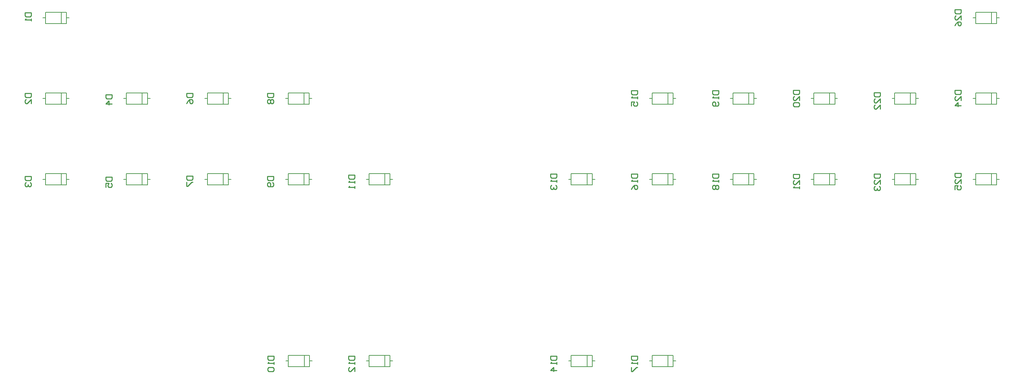
<source format=gbr>
G04*
G04 #@! TF.GenerationSoftware,Altium Limited,Altium Designer,23.10.1 (27)*
G04*
G04 Layer_Color=32896*
%FSLAX44Y44*%
%MOMM*%
G71*
G04*
G04 #@! TF.SameCoordinates,93BA021C-4F65-4C52-B2D2-680D5BDB3C73*
G04*
G04*
G04 #@! TF.FilePolarity,Positive*
G04*
G01*
G75*
%ADD11C,0.2000*%
%ADD12C,0.2540*%
D11*
X2474000Y914000D02*
X2526000D01*
X2474000Y886000D02*
Y914000D01*
Y886000D02*
X2526000D01*
Y914000D01*
Y900000D02*
X2532650D01*
X2467350D02*
X2474000D01*
X2513000Y886700D02*
Y913300D01*
X2474000Y714000D02*
X2526000D01*
X2474000Y686000D02*
Y714000D01*
Y686000D02*
X2526000D01*
Y714000D01*
Y700000D02*
X2532650D01*
X2467350D02*
X2474000D01*
X2513000Y686700D02*
Y713300D01*
X2074000Y714000D02*
X2126000D01*
X2074000Y686000D02*
Y714000D01*
Y686000D02*
X2126000D01*
Y714000D01*
Y700000D02*
X2132650D01*
X2067350D02*
X2074000D01*
X2113000Y686700D02*
Y713300D01*
X2274000Y714000D02*
X2326000D01*
X2274000Y686000D02*
Y714000D01*
Y686000D02*
X2326000D01*
Y714000D01*
Y700000D02*
X2332650D01*
X2267350D02*
X2274000D01*
X2313000Y686700D02*
Y713300D01*
X2474000Y514000D02*
X2526000D01*
X2474000Y486000D02*
Y514000D01*
Y486000D02*
X2526000D01*
Y514000D01*
Y500000D02*
X2532650D01*
X2467350D02*
X2474000D01*
X2513000Y486700D02*
Y513300D01*
X2274000Y514000D02*
X2326000D01*
X2274000Y486000D02*
Y514000D01*
Y486000D02*
X2326000D01*
Y514000D01*
Y500000D02*
X2332650D01*
X2267350D02*
X2274000D01*
X2313000Y486700D02*
Y513300D01*
X1674000Y714000D02*
X1726000D01*
X1674000Y686000D02*
Y714000D01*
Y686000D02*
X1726000D01*
Y714000D01*
Y700000D02*
X1732650D01*
X1667350D02*
X1674000D01*
X1713000Y686700D02*
Y713300D01*
X2074000Y514000D02*
X2126000D01*
X2074000Y486000D02*
Y514000D01*
Y486000D02*
X2126000D01*
Y514000D01*
Y500000D02*
X2132650D01*
X2067350D02*
X2074000D01*
X2113000Y486700D02*
Y513300D01*
X174000Y713999D02*
X226000D01*
X174000Y686000D02*
Y713999D01*
Y686000D02*
X226000D01*
Y713999D01*
Y699999D02*
X232650D01*
X167350D02*
X174000D01*
X213000Y686700D02*
Y713299D01*
X174000Y914000D02*
X226000D01*
X174000Y886000D02*
Y914000D01*
Y886000D02*
X226000D01*
Y914000D01*
Y900000D02*
X232650D01*
X167350D02*
X174000D01*
X213000Y886699D02*
Y913300D01*
X374000Y713999D02*
X426000D01*
X374000Y686000D02*
Y713999D01*
Y686000D02*
X426000D01*
Y713999D01*
Y699999D02*
X432650D01*
X367350D02*
X374000D01*
X413000Y686700D02*
Y713299D01*
X174000Y513999D02*
X226000D01*
X174000Y485999D02*
Y513999D01*
Y485999D02*
X226000D01*
Y513999D01*
Y499999D02*
X232650D01*
X167350D02*
X174000D01*
X213000Y486699D02*
Y513299D01*
X374000Y513999D02*
X426000D01*
X374000Y485999D02*
Y513999D01*
Y485999D02*
X426000D01*
Y513999D01*
Y499999D02*
X432650D01*
X367350D02*
X374000D01*
X413000Y486699D02*
Y513299D01*
X574000Y513999D02*
X626000D01*
X574000Y485999D02*
Y513999D01*
Y485999D02*
X626000D01*
Y513999D01*
Y499999D02*
X632650D01*
X567350D02*
X574000D01*
X613000Y486699D02*
Y513299D01*
X774000Y513999D02*
X826000D01*
X774000Y485999D02*
Y513999D01*
Y485999D02*
X826000D01*
Y513999D01*
Y499999D02*
X832650D01*
X767350D02*
X774000D01*
X813000Y486699D02*
Y513299D01*
X574000Y713999D02*
X626000D01*
X574000Y686000D02*
Y713999D01*
Y686000D02*
X626000D01*
Y713999D01*
Y699999D02*
X632650D01*
X567350D02*
X574000D01*
X613000Y686700D02*
Y713299D01*
X774000Y713999D02*
X826000D01*
X774000Y686000D02*
Y713999D01*
Y686000D02*
X826000D01*
Y713999D01*
Y699999D02*
X832650D01*
X767350D02*
X774000D01*
X813000Y686700D02*
Y713299D01*
X974000Y513999D02*
X1026000D01*
X974000Y485999D02*
Y513999D01*
Y485999D02*
X1026000D01*
Y513999D01*
Y499999D02*
X1032650D01*
X967350D02*
X974000D01*
X1013000Y486699D02*
Y513299D01*
X1674000Y64000D02*
X1726000D01*
X1674000Y36000D02*
Y64000D01*
Y36000D02*
X1726000D01*
Y64000D01*
Y50000D02*
X1732650D01*
X1667350D02*
X1674000D01*
X1713000Y36700D02*
Y63300D01*
X1674000Y514000D02*
X1726000D01*
X1674000Y486000D02*
Y514000D01*
Y486000D02*
X1726000D01*
Y514000D01*
Y500000D02*
X1732650D01*
X1667350D02*
X1674000D01*
X1713000Y486700D02*
Y513300D01*
X1874000Y514000D02*
X1926000D01*
X1874000Y486000D02*
Y514000D01*
Y486000D02*
X1926000D01*
Y514000D01*
Y500000D02*
X1932650D01*
X1867350D02*
X1874000D01*
X1913000Y486700D02*
Y513300D01*
X1874000Y714000D02*
X1926000D01*
X1874000Y686000D02*
Y714000D01*
Y686000D02*
X1926000D01*
Y714000D01*
Y700000D02*
X1932650D01*
X1867350D02*
X1874000D01*
X1913000Y686700D02*
Y713300D01*
X1474000Y64000D02*
X1526000D01*
X1474000Y36000D02*
Y64000D01*
Y36000D02*
X1526000D01*
Y64000D01*
Y50000D02*
X1532650D01*
X1467350D02*
X1474000D01*
X1513000Y36700D02*
Y63300D01*
X1474000Y514000D02*
X1526000D01*
X1474000Y486000D02*
Y514000D01*
Y486000D02*
X1526000D01*
Y514000D01*
Y500000D02*
X1532650D01*
X1467350D02*
X1474000D01*
X1513000Y486700D02*
Y513300D01*
X974000Y63999D02*
X1026000D01*
X974000Y35999D02*
Y63999D01*
Y35999D02*
X1026000D01*
Y63999D01*
Y49999D02*
X1032650D01*
X967350D02*
X974000D01*
X1013000Y36699D02*
Y63299D01*
X774610Y63999D02*
X826610D01*
X774610Y35999D02*
Y63999D01*
Y35999D02*
X826610D01*
Y63999D01*
Y49999D02*
X833260D01*
X767960D02*
X774610D01*
X813610Y36699D02*
Y63299D01*
D12*
X922916Y62065D02*
X938151D01*
Y54447D01*
X935612Y51908D01*
X925455D01*
X922916Y54447D01*
Y62065D01*
X938151Y46830D02*
Y41751D01*
Y44290D01*
X922916D01*
X925455Y46830D01*
X938151Y23977D02*
Y34134D01*
X927994Y23977D01*
X925455D01*
X922916Y26516D01*
Y31595D01*
X925455Y34134D01*
X1422916Y62065D02*
X1438151D01*
Y54448D01*
X1435612Y51909D01*
X1425455D01*
X1422916Y54448D01*
Y62065D01*
X1438151Y46830D02*
Y41752D01*
Y44291D01*
X1422916D01*
X1425455Y46830D01*
X1438151Y26517D02*
X1422916D01*
X1430533Y34135D01*
Y23978D01*
X1622916Y62065D02*
X1638151D01*
Y54448D01*
X1635612Y51909D01*
X1625455D01*
X1622916Y54448D01*
Y62065D01*
X1638151Y46830D02*
Y41752D01*
Y44291D01*
X1622916D01*
X1625455Y46830D01*
X1622916Y34135D02*
Y23978D01*
X1625455D01*
X1635612Y34135D01*
X1638151D01*
X122916Y913334D02*
X138151D01*
Y905717D01*
X135612Y903178D01*
X125455D01*
X122916Y905717D01*
Y913334D01*
X138151Y898099D02*
Y893021D01*
Y895560D01*
X122916D01*
X125455Y898099D01*
X2422916Y920953D02*
X2438151D01*
Y913335D01*
X2435612Y910796D01*
X2425455D01*
X2422916Y913335D01*
Y920953D01*
X2438151Y895561D02*
Y905717D01*
X2427994Y895561D01*
X2425455D01*
X2422916Y898100D01*
Y903178D01*
X2425455Y905717D01*
X2422916Y880326D02*
X2425455Y885404D01*
X2430533Y890482D01*
X2435612D01*
X2438151Y887943D01*
Y882865D01*
X2435612Y880326D01*
X2433073D01*
X2430533Y882865D01*
Y890482D01*
X2022916Y720953D02*
X2038151D01*
Y713335D01*
X2035612Y710796D01*
X2025455D01*
X2022916Y713335D01*
Y720953D01*
X2038151Y695561D02*
Y705717D01*
X2027994Y695561D01*
X2025455D01*
X2022916Y698100D01*
Y703178D01*
X2025455Y705717D01*
Y690482D02*
X2022916Y687943D01*
Y682865D01*
X2025455Y680326D01*
X2035612D01*
X2038151Y682865D01*
Y687943D01*
X2035612Y690482D01*
X2025455D01*
X722916Y713334D02*
X738151D01*
Y705717D01*
X735612Y703178D01*
X725455D01*
X722916Y705717D01*
Y713334D01*
X725455Y698099D02*
X722916Y695560D01*
Y690482D01*
X725455Y687943D01*
X727994D01*
X730534Y690482D01*
X733073Y687943D01*
X735612D01*
X738151Y690482D01*
Y695560D01*
X735612Y698099D01*
X733073D01*
X730534Y695560D01*
X727994Y698099D01*
X725455D01*
X730534Y695560D02*
Y690482D01*
X1622916Y719683D02*
X1638151D01*
Y712065D01*
X1635612Y709526D01*
X1625455D01*
X1622916Y712065D01*
Y719683D01*
X1638151Y704448D02*
Y699370D01*
Y701909D01*
X1622916D01*
X1625455Y704448D01*
X1622916Y681595D02*
Y691752D01*
X1630533D01*
X1627994Y686674D01*
Y684134D01*
X1630533Y681595D01*
X1635612D01*
X1638151Y684134D01*
Y689213D01*
X1635612Y691752D01*
X1822916Y719683D02*
X1838151D01*
Y712065D01*
X1835612Y709526D01*
X1825455D01*
X1822916Y712065D01*
Y719683D01*
X1838151Y704448D02*
Y699370D01*
Y701909D01*
X1822916D01*
X1825455Y704448D01*
X1835612Y691752D02*
X1838151Y689213D01*
Y684134D01*
X1835612Y681595D01*
X1825455D01*
X1822916Y684134D01*
Y689213D01*
X1825455Y691752D01*
X1827994D01*
X1830533Y689213D01*
Y681595D01*
X2422916Y720953D02*
X2438151D01*
Y713335D01*
X2435612Y710796D01*
X2425455D01*
X2422916Y713335D01*
Y720953D01*
X2438151Y695561D02*
Y705717D01*
X2427994Y695561D01*
X2425455D01*
X2422916Y698100D01*
Y703178D01*
X2425455Y705717D01*
X2438151Y682865D02*
X2422916D01*
X2430533Y690482D01*
Y680326D01*
X122916Y713334D02*
X138151D01*
Y705717D01*
X135612Y703178D01*
X125455D01*
X122916Y705717D01*
Y713334D01*
X138151Y687943D02*
Y698099D01*
X127994Y687943D01*
X125455D01*
X122916Y690482D01*
Y695560D01*
X125455Y698099D01*
X522916Y713334D02*
X538151D01*
Y705717D01*
X535612Y703178D01*
X525455D01*
X522916Y705717D01*
Y713334D01*
Y687943D02*
X525455Y693021D01*
X530533Y698099D01*
X535612D01*
X538151Y695560D01*
Y690482D01*
X535612Y687943D01*
X533073D01*
X530533Y690482D01*
Y698099D01*
X2222916Y714605D02*
X2238151D01*
Y706987D01*
X2235612Y704448D01*
X2225455D01*
X2222916Y706987D01*
Y714605D01*
X2238151Y689213D02*
Y699370D01*
X2227994Y689213D01*
X2225455D01*
X2222916Y691752D01*
Y696830D01*
X2225455Y699370D01*
X2238151Y673978D02*
Y684134D01*
X2227994Y673978D01*
X2225455D01*
X2222916Y676517D01*
Y681595D01*
X2225455Y684134D01*
X322916Y709526D02*
X338151D01*
Y701908D01*
X335612Y699369D01*
X325455D01*
X322916Y701908D01*
Y709526D01*
X338151Y686673D02*
X322916D01*
X330533Y694291D01*
Y684134D01*
X2022916Y512065D02*
X2038151D01*
Y504448D01*
X2035612Y501909D01*
X2025455D01*
X2022916Y504448D01*
Y512065D01*
X2038151Y486674D02*
Y496830D01*
X2027994Y486674D01*
X2025455D01*
X2022916Y489213D01*
Y494291D01*
X2025455Y496830D01*
X2038151Y481595D02*
Y476517D01*
Y479056D01*
X2022916D01*
X2025455Y481595D01*
X722916Y506986D02*
X738151D01*
Y499369D01*
X735612Y496830D01*
X725455D01*
X722916Y499369D01*
Y506986D01*
X735612Y491751D02*
X738151Y489212D01*
Y484134D01*
X735612Y481595D01*
X725455D01*
X722916Y484134D01*
Y489212D01*
X725455Y491751D01*
X727994D01*
X730533Y489212D01*
Y481595D01*
X922916Y510795D02*
X938151D01*
Y503178D01*
X935612Y500638D01*
X925455D01*
X922916Y503178D01*
Y510795D01*
X938151Y495560D02*
Y490482D01*
Y493021D01*
X922916D01*
X925455Y495560D01*
X938151Y482864D02*
Y477786D01*
Y480325D01*
X922916D01*
X925455Y482864D01*
X1422916Y513335D02*
X1438151D01*
Y505717D01*
X1435612Y503178D01*
X1425455D01*
X1422916Y505717D01*
Y513335D01*
X1438151Y498100D02*
Y493022D01*
Y495561D01*
X1422916D01*
X1425455Y498100D01*
Y485404D02*
X1422916Y482865D01*
Y477786D01*
X1425455Y475247D01*
X1427994D01*
X1430533Y477786D01*
Y480326D01*
Y477786D01*
X1433073Y475247D01*
X1435612D01*
X1438151Y477786D01*
Y482865D01*
X1435612Y485404D01*
X1622916Y513335D02*
X1638151D01*
Y505718D01*
X1635612Y503178D01*
X1625455D01*
X1622916Y505718D01*
Y513335D01*
X1638151Y498100D02*
Y493022D01*
Y495561D01*
X1622916D01*
X1625455Y498100D01*
X1622916Y475247D02*
X1625455Y480326D01*
X1630533Y485404D01*
X1635612D01*
X1638151Y482865D01*
Y477786D01*
X1635612Y475247D01*
X1633073D01*
X1630533Y477786D01*
Y485404D01*
X1822916Y513335D02*
X1838151D01*
Y505718D01*
X1835612Y503178D01*
X1825455D01*
X1822916Y505718D01*
Y513335D01*
X1838151Y498100D02*
Y493022D01*
Y495561D01*
X1822916D01*
X1825455Y498100D01*
Y485404D02*
X1822916Y482865D01*
Y477786D01*
X1825455Y475247D01*
X1827994D01*
X1830533Y477786D01*
X1833073Y475247D01*
X1835612D01*
X1838151Y477786D01*
Y482865D01*
X1835612Y485404D01*
X1833073D01*
X1830533Y482865D01*
X1827994Y485404D01*
X1825455D01*
X1830533Y482865D02*
Y477786D01*
X2422916Y514605D02*
X2438151D01*
Y506987D01*
X2435612Y504448D01*
X2425455D01*
X2422916Y506987D01*
Y514605D01*
X2438151Y489213D02*
Y499370D01*
X2427994Y489213D01*
X2425455D01*
X2422916Y491752D01*
Y496830D01*
X2425455Y499370D01*
X2422916Y473978D02*
Y484134D01*
X2430533D01*
X2427994Y479056D01*
Y476517D01*
X2430533Y473978D01*
X2435612D01*
X2438151Y476517D01*
Y481595D01*
X2435612Y484134D01*
X122916Y506986D02*
X138151D01*
Y499369D01*
X135612Y496830D01*
X125455D01*
X122916Y499369D01*
Y506986D01*
X125455Y491751D02*
X122916Y489212D01*
Y484134D01*
X125455Y481595D01*
X127994D01*
X130534Y484134D01*
Y486673D01*
Y484134D01*
X133073Y481595D01*
X135612D01*
X138151Y484134D01*
Y489212D01*
X135612Y491751D01*
X322916Y505717D02*
X338151D01*
Y498099D01*
X335612Y495560D01*
X325455D01*
X322916Y498099D01*
Y505717D01*
Y480325D02*
Y490482D01*
X330533D01*
X327994Y485403D01*
Y482864D01*
X330533Y480325D01*
X335612D01*
X338151Y482864D01*
Y487943D01*
X335612Y490482D01*
X522916Y508256D02*
X538151D01*
Y500639D01*
X535612Y498099D01*
X525455D01*
X522916Y500639D01*
Y508256D01*
Y493021D02*
Y482864D01*
X525455D01*
X535612Y493021D01*
X538151D01*
X2222916Y513335D02*
X2238151D01*
Y505718D01*
X2235612Y503178D01*
X2225455D01*
X2222916Y505718D01*
Y513335D01*
X2238151Y487943D02*
Y498100D01*
X2227994Y487943D01*
X2225455D01*
X2222916Y490482D01*
Y495561D01*
X2225455Y498100D01*
Y482865D02*
X2222916Y480326D01*
Y475247D01*
X2225455Y472708D01*
X2227994D01*
X2230533Y475247D01*
Y477786D01*
Y475247D01*
X2233073Y472708D01*
X2235612D01*
X2238151Y475247D01*
Y480326D01*
X2235612Y482865D01*
X723526Y62065D02*
X738761D01*
Y54447D01*
X736222Y51908D01*
X726065D01*
X723526Y54447D01*
Y62065D01*
X738761Y46830D02*
Y41751D01*
Y44290D01*
X723526D01*
X726065Y46830D01*
Y34134D02*
X723526Y31595D01*
Y26516D01*
X726065Y23977D01*
X736222D01*
X738761Y26516D01*
Y31595D01*
X736222Y34134D01*
X726065D01*
M02*

</source>
